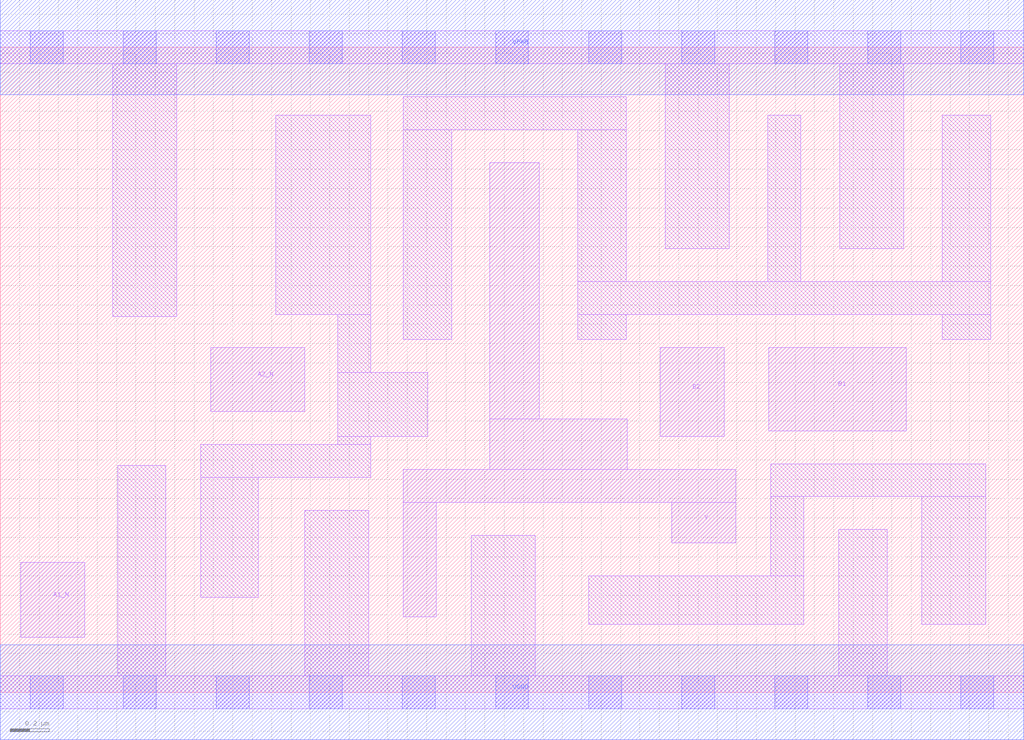
<source format=lef>
# Copyright 2020 The SkyWater PDK Authors
#
# Licensed under the Apache License, Version 2.0 (the "License");
# you may not use this file except in compliance with the License.
# You may obtain a copy of the License at
#
#     https://www.apache.org/licenses/LICENSE-2.0
#
# Unless required by applicable law or agreed to in writing, software
# distributed under the License is distributed on an "AS IS" BASIS,
# WITHOUT WARRANTIES OR CONDITIONS OF ANY KIND, either express or implied.
# See the License for the specific language governing permissions and
# limitations under the License.
#
# SPDX-License-Identifier: Apache-2.0

VERSION 5.7 ;
  NAMESCASESENSITIVE ON ;
  NOWIREEXTENSIONATPIN ON ;
  DIVIDERCHAR "/" ;
  BUSBITCHARS "[]" ;
UNITS
  DATABASE MICRONS 200 ;
END UNITS
MACRO sky130_fd_sc_ms__a2bb2oi_2
  CLASS CORE ;
  FOREIGN sky130_fd_sc_ms__a2bb2oi_2 ;
  ORIGIN  0.000000  0.000000 ;
  SIZE  5.280000 BY  3.330000 ;
  SYMMETRY X Y ;
  SITE unit ;
  PIN A1_N
    ANTENNAGATEAREA  0.276000 ;
    DIRECTION INPUT ;
    USE SIGNAL ;
    PORT
      LAYER li1 ;
        RECT 0.105000 0.285000 0.435000 0.670000 ;
    END
  END A1_N
  PIN A2_N
    ANTENNAGATEAREA  0.276000 ;
    DIRECTION INPUT ;
    USE SIGNAL ;
    PORT
      LAYER li1 ;
        RECT 1.085000 1.450000 1.570000 1.780000 ;
    END
  END A2_N
  PIN B1
    ANTENNAGATEAREA  0.625200 ;
    DIRECTION INPUT ;
    USE SIGNAL ;
    PORT
      LAYER li1 ;
        RECT 3.965000 1.350000 4.675000 1.780000 ;
    END
  END B1
  PIN B2
    ANTENNAGATEAREA  0.625200 ;
    DIRECTION INPUT ;
    USE SIGNAL ;
    PORT
      LAYER li1 ;
        RECT 3.405000 1.320000 3.735000 1.780000 ;
    END
  END B2
  PIN Y
    ANTENNADIFFAREA  0.716800 ;
    DIRECTION OUTPUT ;
    USE SIGNAL ;
    PORT
      LAYER li1 ;
        RECT 2.080000 0.390000 2.250000 0.980000 ;
        RECT 2.080000 0.980000 3.795000 1.150000 ;
        RECT 2.525000 1.150000 3.235000 1.410000 ;
        RECT 2.525000 1.410000 2.780000 2.735000 ;
        RECT 3.465000 0.770000 3.795000 0.980000 ;
    END
  END Y
  PIN VGND
    DIRECTION INOUT ;
    USE GROUND ;
    PORT
      LAYER met1 ;
        RECT 0.000000 -0.245000 5.280000 0.245000 ;
    END
  END VGND
  PIN VPWR
    DIRECTION INOUT ;
    USE POWER ;
    PORT
      LAYER met1 ;
        RECT 0.000000 3.085000 5.280000 3.575000 ;
    END
  END VPWR
  OBS
    LAYER li1 ;
      RECT 0.000000 -0.085000 5.280000 0.085000 ;
      RECT 0.000000  3.245000 5.280000 3.415000 ;
      RECT 0.580000  1.940000 0.910000 3.245000 ;
      RECT 0.605000  0.085000 0.855000 1.170000 ;
      RECT 1.035000  0.490000 1.330000 1.110000 ;
      RECT 1.035000  1.110000 1.910000 1.280000 ;
      RECT 1.420000  1.950000 1.910000 2.980000 ;
      RECT 1.570000  0.085000 1.900000 0.940000 ;
      RECT 1.740000  1.280000 1.910000 1.320000 ;
      RECT 1.740000  1.320000 2.205000 1.650000 ;
      RECT 1.740000  1.650000 1.910000 1.950000 ;
      RECT 2.080000  1.820000 2.330000 2.905000 ;
      RECT 2.080000  2.905000 3.230000 3.075000 ;
      RECT 2.430000  0.085000 2.760000 0.810000 ;
      RECT 2.980000  1.820000 3.230000 1.950000 ;
      RECT 2.980000  1.950000 5.110000 2.120000 ;
      RECT 2.980000  2.120000 3.230000 2.905000 ;
      RECT 3.035000  0.350000 4.145000 0.600000 ;
      RECT 3.430000  2.290000 3.760000 3.245000 ;
      RECT 3.960000  2.120000 4.130000 2.980000 ;
      RECT 3.975000  0.600000 4.145000 1.010000 ;
      RECT 3.975000  1.010000 5.085000 1.180000 ;
      RECT 4.325000  0.085000 4.575000 0.840000 ;
      RECT 4.330000  2.290000 4.660000 3.245000 ;
      RECT 4.755000  0.350000 5.085000 1.010000 ;
      RECT 4.860000  1.820000 5.110000 1.950000 ;
      RECT 4.860000  2.120000 5.110000 2.980000 ;
    LAYER mcon ;
      RECT 0.155000 -0.085000 0.325000 0.085000 ;
      RECT 0.155000  3.245000 0.325000 3.415000 ;
      RECT 0.635000 -0.085000 0.805000 0.085000 ;
      RECT 0.635000  3.245000 0.805000 3.415000 ;
      RECT 1.115000 -0.085000 1.285000 0.085000 ;
      RECT 1.115000  3.245000 1.285000 3.415000 ;
      RECT 1.595000 -0.085000 1.765000 0.085000 ;
      RECT 1.595000  3.245000 1.765000 3.415000 ;
      RECT 2.075000 -0.085000 2.245000 0.085000 ;
      RECT 2.075000  3.245000 2.245000 3.415000 ;
      RECT 2.555000 -0.085000 2.725000 0.085000 ;
      RECT 2.555000  3.245000 2.725000 3.415000 ;
      RECT 3.035000 -0.085000 3.205000 0.085000 ;
      RECT 3.035000  3.245000 3.205000 3.415000 ;
      RECT 3.515000 -0.085000 3.685000 0.085000 ;
      RECT 3.515000  3.245000 3.685000 3.415000 ;
      RECT 3.995000 -0.085000 4.165000 0.085000 ;
      RECT 3.995000  3.245000 4.165000 3.415000 ;
      RECT 4.475000 -0.085000 4.645000 0.085000 ;
      RECT 4.475000  3.245000 4.645000 3.415000 ;
      RECT 4.955000 -0.085000 5.125000 0.085000 ;
      RECT 4.955000  3.245000 5.125000 3.415000 ;
  END
END sky130_fd_sc_ms__a2bb2oi_2
END LIBRARY

</source>
